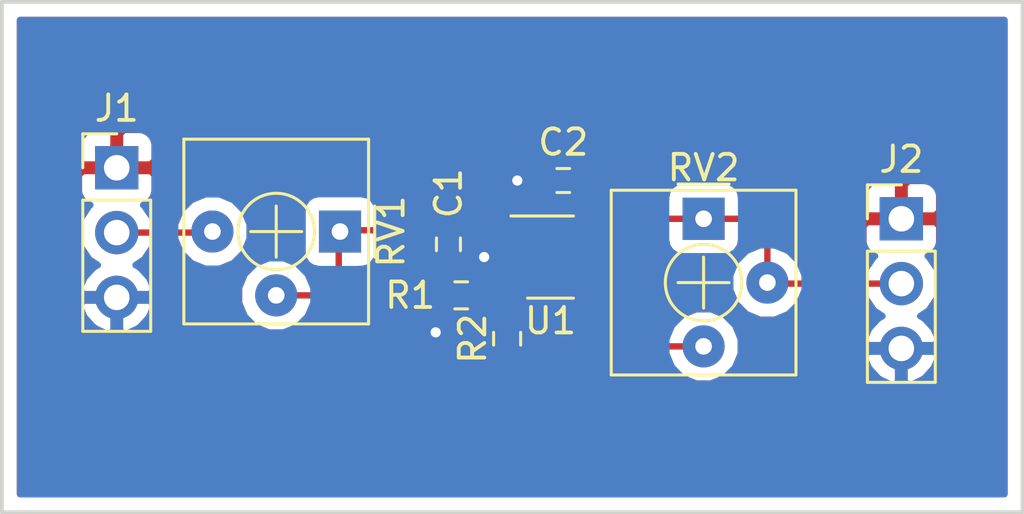
<source format=kicad_pcb>
(kicad_pcb (version 4) (host pcbnew 4.0.5)

  (general
    (links 18)
    (no_connects 0)
    (area 0 0 0 0)
    (thickness 1.6)
    (drawings 4)
    (tracks 39)
    (zones 0)
    (modules 9)
    (nets 8)
  )

  (page USLetter)
  (title_block
    (title "Analog Amplifier")
    (date 2017-10-30)
    (rev 1)
    (company "Joseph Baker")
    (comment 1 "Sample Design")
  )

  (layers
    (0 F.Cu signal)
    (31 B.Cu signal)
    (32 B.Adhes user)
    (33 F.Adhes user)
    (34 B.Paste user)
    (35 F.Paste user)
    (36 B.SilkS user)
    (37 F.SilkS user)
    (38 B.Mask user)
    (39 F.Mask user)
    (40 Dwgs.User user)
    (41 Cmts.User user)
    (42 Eco1.User user)
    (43 Eco2.User user)
    (44 Edge.Cuts user)
    (45 Margin user)
    (46 B.CrtYd user)
    (47 F.CrtYd user)
    (48 B.Fab user)
    (49 F.Fab user)
  )

  (setup
    (last_trace_width 0.25)
    (trace_clearance 0.2)
    (zone_clearance 0.508)
    (zone_45_only no)
    (trace_min 0.2)
    (segment_width 0.2)
    (edge_width 0.15)
    (via_size 0.6)
    (via_drill 0.4)
    (via_min_size 0.4)
    (via_min_drill 0.3)
    (uvia_size 0.3)
    (uvia_drill 0.1)
    (uvias_allowed no)
    (uvia_min_size 0.2)
    (uvia_min_drill 0.1)
    (pcb_text_width 0.3)
    (pcb_text_size 1.5 1.5)
    (mod_edge_width 0.15)
    (mod_text_size 1 1)
    (mod_text_width 0.15)
    (pad_size 1.524 1.524)
    (pad_drill 0.762)
    (pad_to_mask_clearance 0.2)
    (aux_axis_origin 0 0)
    (visible_elements FFFFFF7F)
    (pcbplotparams
      (layerselection 0x00030_80000001)
      (usegerberextensions false)
      (excludeedgelayer true)
      (linewidth 0.100000)
      (plotframeref false)
      (viasonmask false)
      (mode 1)
      (useauxorigin false)
      (hpglpennumber 1)
      (hpglpenspeed 20)
      (hpglpendiameter 15)
      (hpglpenoverlay 2)
      (psnegative false)
      (psa4output false)
      (plotreference true)
      (plotvalue true)
      (plotinvisibletext false)
      (padsonsilk false)
      (subtractmaskfromsilk false)
      (outputformat 1)
      (mirror false)
      (drillshape 0)
      (scaleselection 1)
      (outputdirectory ""))
  )

  (net 0 "")
  (net 1 /AMPVP)
  (net 2 GND)
  (net 3 +5V)
  (net 4 /SIGIN)
  (net 5 /SIGOUT)
  (net 6 /AMPVM)
  (net 7 "Net-(R2-Pad1)")

  (net_class Default "This is the default net class."
    (clearance 0.2)
    (trace_width 0.25)
    (via_dia 0.6)
    (via_drill 0.4)
    (uvia_dia 0.3)
    (uvia_drill 0.1)
    (add_net +5V)
    (add_net /AMPVM)
    (add_net /AMPVP)
    (add_net /SIGIN)
    (add_net /SIGOUT)
    (add_net GND)
    (add_net "Net-(R2-Pad1)")
  )

  (module Capacitors_SMD:C_0402 (layer F.Cu) (tedit 59F7C0D4) (tstamp 59F7B9B6)
    (at 147.5 104.5 270)
    (descr "Capacitor SMD 0402, reflow soldering, AVX (see smccp.pdf)")
    (tags "capacitor 0402")
    (path /59F7B44B)
    (attr smd)
    (fp_text reference C1 (at -2 0 270) (layer F.SilkS)
      (effects (font (size 1 1) (thickness 0.15)))
    )
    (fp_text value 0.1uF (at 0 1.27 270) (layer F.Fab) hide
      (effects (font (size 1 1) (thickness 0.15)))
    )
    (fp_text user %R (at -2 0 270) (layer F.Fab)
      (effects (font (size 1 1) (thickness 0.15)))
    )
    (fp_line (start -0.5 0.25) (end -0.5 -0.25) (layer F.Fab) (width 0.1))
    (fp_line (start 0.5 0.25) (end -0.5 0.25) (layer F.Fab) (width 0.1))
    (fp_line (start 0.5 -0.25) (end 0.5 0.25) (layer F.Fab) (width 0.1))
    (fp_line (start -0.5 -0.25) (end 0.5 -0.25) (layer F.Fab) (width 0.1))
    (fp_line (start 0.25 -0.47) (end -0.25 -0.47) (layer F.SilkS) (width 0.12))
    (fp_line (start -0.25 0.47) (end 0.25 0.47) (layer F.SilkS) (width 0.12))
    (fp_line (start -1 -0.4) (end 1 -0.4) (layer F.CrtYd) (width 0.05))
    (fp_line (start -1 -0.4) (end -1 0.4) (layer F.CrtYd) (width 0.05))
    (fp_line (start 1 0.4) (end 1 -0.4) (layer F.CrtYd) (width 0.05))
    (fp_line (start 1 0.4) (end -1 0.4) (layer F.CrtYd) (width 0.05))
    (pad 1 smd rect (at -0.55 0 270) (size 0.6 0.5) (layers F.Cu F.Paste F.Mask)
      (net 1 /AMPVP))
    (pad 2 smd rect (at 0.55 0 270) (size 0.6 0.5) (layers F.Cu F.Paste F.Mask)
      (net 2 GND))
    (model Capacitors_SMD.3dshapes/C_0402.wrl
      (at (xyz 0 0 0))
      (scale (xyz 1 1 1))
      (rotate (xyz 0 0 0))
    )
  )

  (module Capacitors_SMD:C_0402 (layer F.Cu) (tedit 59F7BC29) (tstamp 59F7B9C7)
    (at 152 102 180)
    (descr "Capacitor SMD 0402, reflow soldering, AVX (see smccp.pdf)")
    (tags "capacitor 0402")
    (path /59F6A2AD)
    (attr smd)
    (fp_text reference C2 (at 0 1.5 180) (layer F.SilkS)
      (effects (font (size 1 1) (thickness 0.15)))
    )
    (fp_text value 0.1uF (at 0 1.27 180) (layer F.Fab) hide
      (effects (font (size 1 1) (thickness 0.15)))
    )
    (fp_text user %R (at 0 1.5 180) (layer F.Fab)
      (effects (font (size 1 1) (thickness 0.15)))
    )
    (fp_line (start -0.5 0.25) (end -0.5 -0.25) (layer F.Fab) (width 0.1))
    (fp_line (start 0.5 0.25) (end -0.5 0.25) (layer F.Fab) (width 0.1))
    (fp_line (start 0.5 -0.25) (end 0.5 0.25) (layer F.Fab) (width 0.1))
    (fp_line (start -0.5 -0.25) (end 0.5 -0.25) (layer F.Fab) (width 0.1))
    (fp_line (start 0.25 -0.47) (end -0.25 -0.47) (layer F.SilkS) (width 0.12))
    (fp_line (start -0.25 0.47) (end 0.25 0.47) (layer F.SilkS) (width 0.12))
    (fp_line (start -1 -0.4) (end 1 -0.4) (layer F.CrtYd) (width 0.05))
    (fp_line (start -1 -0.4) (end -1 0.4) (layer F.CrtYd) (width 0.05))
    (fp_line (start 1 0.4) (end 1 -0.4) (layer F.CrtYd) (width 0.05))
    (fp_line (start 1 0.4) (end -1 0.4) (layer F.CrtYd) (width 0.05))
    (pad 1 smd rect (at -0.55 0 180) (size 0.6 0.5) (layers F.Cu F.Paste F.Mask)
      (net 3 +5V))
    (pad 2 smd rect (at 0.55 0 180) (size 0.6 0.5) (layers F.Cu F.Paste F.Mask)
      (net 2 GND))
    (model Capacitors_SMD.3dshapes/C_0402.wrl
      (at (xyz 0 0 0))
      (scale (xyz 1 1 1))
      (rotate (xyz 0 0 0))
    )
  )

  (module Pin_Headers:Pin_Header_Straight_1x03_Pitch2.54mm (layer F.Cu) (tedit 59F7BA83) (tstamp 59F7B9DE)
    (at 134.5 101.5)
    (descr "Through hole straight pin header, 1x03, 2.54mm pitch, single row")
    (tags "Through hole pin header THT 1x03 2.54mm single row")
    (path /59F6A8DA)
    (fp_text reference J1 (at 0 -2.33) (layer F.SilkS)
      (effects (font (size 1 1) (thickness 0.15)))
    )
    (fp_text value Conn_01x03 (at 0 7.41) (layer F.Fab) hide
      (effects (font (size 1 1) (thickness 0.15)))
    )
    (fp_line (start -0.635 -1.27) (end 1.27 -1.27) (layer F.Fab) (width 0.1))
    (fp_line (start 1.27 -1.27) (end 1.27 6.35) (layer F.Fab) (width 0.1))
    (fp_line (start 1.27 6.35) (end -1.27 6.35) (layer F.Fab) (width 0.1))
    (fp_line (start -1.27 6.35) (end -1.27 -0.635) (layer F.Fab) (width 0.1))
    (fp_line (start -1.27 -0.635) (end -0.635 -1.27) (layer F.Fab) (width 0.1))
    (fp_line (start -1.33 6.41) (end 1.33 6.41) (layer F.SilkS) (width 0.12))
    (fp_line (start -1.33 1.27) (end -1.33 6.41) (layer F.SilkS) (width 0.12))
    (fp_line (start 1.33 1.27) (end 1.33 6.41) (layer F.SilkS) (width 0.12))
    (fp_line (start -1.33 1.27) (end 1.33 1.27) (layer F.SilkS) (width 0.12))
    (fp_line (start -1.33 0) (end -1.33 -1.33) (layer F.SilkS) (width 0.12))
    (fp_line (start -1.33 -1.33) (end 0 -1.33) (layer F.SilkS) (width 0.12))
    (fp_line (start -1.8 -1.8) (end -1.8 6.85) (layer F.CrtYd) (width 0.05))
    (fp_line (start -1.8 6.85) (end 1.8 6.85) (layer F.CrtYd) (width 0.05))
    (fp_line (start 1.8 6.85) (end 1.8 -1.8) (layer F.CrtYd) (width 0.05))
    (fp_line (start 1.8 -1.8) (end -1.8 -1.8) (layer F.CrtYd) (width 0.05))
    (fp_text user %R (at 0 2.54 90) (layer F.Fab)
      (effects (font (size 1 1) (thickness 0.15)))
    )
    (pad 1 thru_hole rect (at 0 0) (size 1.7 1.7) (drill 1) (layers *.Cu *.Mask)
      (net 3 +5V))
    (pad 2 thru_hole oval (at 0 2.54) (size 1.7 1.7) (drill 1) (layers *.Cu *.Mask)
      (net 4 /SIGIN))
    (pad 3 thru_hole oval (at 0 5.08) (size 1.7 1.7) (drill 1) (layers *.Cu *.Mask)
      (net 2 GND))
    (model ${KISYS3DMOD}/Pin_Headers.3dshapes/Pin_Header_Straight_1x03_Pitch2.54mm.wrl
      (at (xyz 0 0 0))
      (scale (xyz 1 1 1))
      (rotate (xyz 0 0 0))
    )
  )

  (module Pin_Headers:Pin_Header_Straight_1x03_Pitch2.54mm (layer F.Cu) (tedit 59F7BA5B) (tstamp 59F7B9F5)
    (at 165.25 103.5)
    (descr "Through hole straight pin header, 1x03, 2.54mm pitch, single row")
    (tags "Through hole pin header THT 1x03 2.54mm single row")
    (path /59F7D16D)
    (fp_text reference J2 (at 0 -2.33) (layer F.SilkS)
      (effects (font (size 1 1) (thickness 0.15)))
    )
    (fp_text value Conn_01x03 (at 0 7.41) (layer F.Fab) hide
      (effects (font (size 1 1) (thickness 0.15)))
    )
    (fp_line (start -0.635 -1.27) (end 1.27 -1.27) (layer F.Fab) (width 0.1))
    (fp_line (start 1.27 -1.27) (end 1.27 6.35) (layer F.Fab) (width 0.1))
    (fp_line (start 1.27 6.35) (end -1.27 6.35) (layer F.Fab) (width 0.1))
    (fp_line (start -1.27 6.35) (end -1.27 -0.635) (layer F.Fab) (width 0.1))
    (fp_line (start -1.27 -0.635) (end -0.635 -1.27) (layer F.Fab) (width 0.1))
    (fp_line (start -1.33 6.41) (end 1.33 6.41) (layer F.SilkS) (width 0.12))
    (fp_line (start -1.33 1.27) (end -1.33 6.41) (layer F.SilkS) (width 0.12))
    (fp_line (start 1.33 1.27) (end 1.33 6.41) (layer F.SilkS) (width 0.12))
    (fp_line (start -1.33 1.27) (end 1.33 1.27) (layer F.SilkS) (width 0.12))
    (fp_line (start -1.33 0) (end -1.33 -1.33) (layer F.SilkS) (width 0.12))
    (fp_line (start -1.33 -1.33) (end 0 -1.33) (layer F.SilkS) (width 0.12))
    (fp_line (start -1.8 -1.8) (end -1.8 6.85) (layer F.CrtYd) (width 0.05))
    (fp_line (start -1.8 6.85) (end 1.8 6.85) (layer F.CrtYd) (width 0.05))
    (fp_line (start 1.8 6.85) (end 1.8 -1.8) (layer F.CrtYd) (width 0.05))
    (fp_line (start 1.8 -1.8) (end -1.8 -1.8) (layer F.CrtYd) (width 0.05))
    (fp_text user %R (at 0 2.54 90) (layer F.Fab)
      (effects (font (size 1 1) (thickness 0.15)))
    )
    (pad 1 thru_hole rect (at 0 0) (size 1.7 1.7) (drill 1) (layers *.Cu *.Mask)
      (net 3 +5V))
    (pad 2 thru_hole oval (at 0 2.54) (size 1.7 1.7) (drill 1) (layers *.Cu *.Mask)
      (net 5 /SIGOUT))
    (pad 3 thru_hole oval (at 0 5.08) (size 1.7 1.7) (drill 1) (layers *.Cu *.Mask)
      (net 2 GND))
    (model ${KISYS3DMOD}/Pin_Headers.3dshapes/Pin_Header_Straight_1x03_Pitch2.54mm.wrl
      (at (xyz 0 0 0))
      (scale (xyz 1 1 1))
      (rotate (xyz 0 0 0))
    )
  )

  (module Resistors_SMD:R_0402 (layer F.Cu) (tedit 59F7BC56) (tstamp 59F7BA06)
    (at 148 106.5)
    (descr "Resistor SMD 0402, reflow soldering, Vishay (see dcrcw.pdf)")
    (tags "resistor 0402")
    (path /59F7C352)
    (attr smd)
    (fp_text reference R1 (at -2 0) (layer F.SilkS)
      (effects (font (size 1 1) (thickness 0.15)))
    )
    (fp_text value 100K (at 0 1.45) (layer F.Fab) hide
      (effects (font (size 1 1) (thickness 0.15)))
    )
    (fp_text user %R (at -2 0) (layer F.Fab)
      (effects (font (size 1 1) (thickness 0.15)))
    )
    (fp_line (start -0.5 0.25) (end -0.5 -0.25) (layer F.Fab) (width 0.1))
    (fp_line (start 0.5 0.25) (end -0.5 0.25) (layer F.Fab) (width 0.1))
    (fp_line (start 0.5 -0.25) (end 0.5 0.25) (layer F.Fab) (width 0.1))
    (fp_line (start -0.5 -0.25) (end 0.5 -0.25) (layer F.Fab) (width 0.1))
    (fp_line (start 0.25 -0.53) (end -0.25 -0.53) (layer F.SilkS) (width 0.12))
    (fp_line (start -0.25 0.53) (end 0.25 0.53) (layer F.SilkS) (width 0.12))
    (fp_line (start -0.8 -0.45) (end 0.8 -0.45) (layer F.CrtYd) (width 0.05))
    (fp_line (start -0.8 -0.45) (end -0.8 0.45) (layer F.CrtYd) (width 0.05))
    (fp_line (start 0.8 0.45) (end 0.8 -0.45) (layer F.CrtYd) (width 0.05))
    (fp_line (start 0.8 0.45) (end -0.8 0.45) (layer F.CrtYd) (width 0.05))
    (pad 1 smd rect (at -0.45 0) (size 0.4 0.6) (layers F.Cu F.Paste F.Mask)
      (net 2 GND))
    (pad 2 smd rect (at 0.45 0) (size 0.4 0.6) (layers F.Cu F.Paste F.Mask)
      (net 6 /AMPVM))
    (model ${KISYS3DMOD}/Resistors_SMD.3dshapes/R_0402.wrl
      (at (xyz 0 0 0))
      (scale (xyz 1 1 1))
      (rotate (xyz 0 0 0))
    )
  )

  (module Resistors_SMD:R_0402 (layer F.Cu) (tedit 59F7BA75) (tstamp 59F7BA17)
    (at 149.8 108.2 90)
    (descr "Resistor SMD 0402, reflow soldering, Vishay (see dcrcw.pdf)")
    (tags "resistor 0402")
    (path /59F7BDA6)
    (attr smd)
    (fp_text reference R2 (at 0 -1.35 90) (layer F.SilkS)
      (effects (font (size 1 1) (thickness 0.15)))
    )
    (fp_text value 100K (at 0 1.45 90) (layer F.Fab) hide
      (effects (font (size 1 1) (thickness 0.15)))
    )
    (fp_text user %R (at 0 -1.35 90) (layer F.Fab)
      (effects (font (size 1 1) (thickness 0.15)))
    )
    (fp_line (start -0.5 0.25) (end -0.5 -0.25) (layer F.Fab) (width 0.1))
    (fp_line (start 0.5 0.25) (end -0.5 0.25) (layer F.Fab) (width 0.1))
    (fp_line (start 0.5 -0.25) (end 0.5 0.25) (layer F.Fab) (width 0.1))
    (fp_line (start -0.5 -0.25) (end 0.5 -0.25) (layer F.Fab) (width 0.1))
    (fp_line (start 0.25 -0.53) (end -0.25 -0.53) (layer F.SilkS) (width 0.12))
    (fp_line (start -0.25 0.53) (end 0.25 0.53) (layer F.SilkS) (width 0.12))
    (fp_line (start -0.8 -0.45) (end 0.8 -0.45) (layer F.CrtYd) (width 0.05))
    (fp_line (start -0.8 -0.45) (end -0.8 0.45) (layer F.CrtYd) (width 0.05))
    (fp_line (start 0.8 0.45) (end 0.8 -0.45) (layer F.CrtYd) (width 0.05))
    (fp_line (start 0.8 0.45) (end -0.8 0.45) (layer F.CrtYd) (width 0.05))
    (pad 1 smd rect (at -0.45 0 90) (size 0.4 0.6) (layers F.Cu F.Paste F.Mask)
      (net 7 "Net-(R2-Pad1)"))
    (pad 2 smd rect (at 0.45 0 90) (size 0.4 0.6) (layers F.Cu F.Paste F.Mask)
      (net 6 /AMPVM))
    (model ${KISYS3DMOD}/Resistors_SMD.3dshapes/R_0402.wrl
      (at (xyz 0 0 0))
      (scale (xyz 1 1 1))
      (rotate (xyz 0 0 0))
    )
  )

  (module Potentiometers:Potentiometer_Trimmer_Copal_CT-6EP (layer F.Cu) (tedit 59F7BA58) (tstamp 59F7BA32)
    (at 143.25 104 270)
    (descr "single turn cermet trimmer, Copal CT-6EP, https://www.nidec-copal-electronics.com/e/catalog/trimmer/ct-6.pdf")
    (tags "potentiometer trimmer")
    (path /59F7C707)
    (fp_text reference RV1 (at 0 -2 270) (layer F.SilkS)
      (effects (font (size 1 1) (thickness 0.15)))
    )
    (fp_text value "POT 1K" (at 0 7 270) (layer F.Fab) hide
      (effects (font (size 1 1) (thickness 0.15)))
    )
    (fp_circle (center 0 2.5) (end 1.5 2.5) (layer F.SilkS) (width 0.12))
    (fp_line (start 0 0) (end 1 -1) (layer F.Fab) (width 0.1))
    (fp_line (start 1 -1) (end 3.5 -1) (layer F.Fab) (width 0.1))
    (fp_line (start 3.5 -1) (end 3.5 6) (layer F.Fab) (width 0.1))
    (fp_line (start 3.5 6) (end -3.5 6) (layer F.Fab) (width 0.1))
    (fp_line (start -3.5 6) (end -3.5 -1) (layer F.Fab) (width 0.1))
    (fp_line (start -3.5 -1) (end -1 -1) (layer F.Fab) (width 0.1))
    (fp_line (start -1 -1) (end 0 0) (layer F.Fab) (width 0.1))
    (fp_line (start -3.62 -1.12) (end -3.62 6.12) (layer F.SilkS) (width 0.12))
    (fp_line (start -3.62 6.12) (end 3.62 6.12) (layer F.SilkS) (width 0.12))
    (fp_line (start 3.62 6.12) (end 3.62 -1.12) (layer F.SilkS) (width 0.12))
    (fp_line (start 3.62 -1.12) (end -3.62 -1.12) (layer F.SilkS) (width 0.12))
    (fp_line (start -1 -1.36) (end 1 -1.36) (layer F.SilkS) (width 0.12))
    (fp_line (start 0 1.5) (end 0 3.5) (layer F.SilkS) (width 0.12))
    (fp_line (start -1 2.5) (end 1 2.5) (layer F.SilkS) (width 0.12))
    (fp_line (start -3.75 -1.25) (end -3.75 6.25) (layer F.CrtYd) (width 0.05))
    (fp_line (start -3.75 6.25) (end 3.75 6.25) (layer F.CrtYd) (width 0.05))
    (fp_line (start 3.75 6.25) (end 3.75 -1.25) (layer F.CrtYd) (width 0.05))
    (fp_line (start 3.75 -1.25) (end -3.75 -1.25) (layer F.CrtYd) (width 0.05))
    (fp_text user %R (at 0 2.5 270) (layer F.Fab)
      (effects (font (size 1 1) (thickness 0.15)))
    )
    (pad 1 thru_hole rect (at 0 0 270) (size 1.65 1.65) (drill 0.65) (layers *.Cu *.Mask)
      (net 1 /AMPVP))
    (pad 2 thru_hole circle (at 2.5 2.5 270) (size 1.65 1.65) (drill 0.65) (layers *.Cu *.Mask)
      (net 1 /AMPVP))
    (pad 3 thru_hole circle (at 0 5 270) (size 1.65 1.65) (drill 0.65) (layers *.Cu *.Mask)
      (net 4 /SIGIN))
    (model ${KISYS3DMOD}/Potentiometers.3dshapes/Potentiometer_Trimmer_Copal_CT-6EP.wrl
      (at (xyz 0 0 0))
      (scale (xyz 1 1 1))
      (rotate (xyz 0 0 0))
    )
  )

  (module Potentiometers:Potentiometer_Trimmer_Copal_CT-6EP (layer F.Cu) (tedit 59F7BA4E) (tstamp 59F7BA4D)
    (at 157.5 103.5)
    (descr "single turn cermet trimmer, Copal CT-6EP, https://www.nidec-copal-electronics.com/e/catalog/trimmer/ct-6.pdf")
    (tags "potentiometer trimmer")
    (path /59F69DF3)
    (fp_text reference RV2 (at 0 -2) (layer F.SilkS)
      (effects (font (size 1 1) (thickness 0.15)))
    )
    (fp_text value "POT 100K" (at 0 7) (layer F.Fab) hide
      (effects (font (size 1 1) (thickness 0.15)))
    )
    (fp_circle (center 0 2.5) (end 1.5 2.5) (layer F.SilkS) (width 0.12))
    (fp_line (start 0 0) (end 1 -1) (layer F.Fab) (width 0.1))
    (fp_line (start 1 -1) (end 3.5 -1) (layer F.Fab) (width 0.1))
    (fp_line (start 3.5 -1) (end 3.5 6) (layer F.Fab) (width 0.1))
    (fp_line (start 3.5 6) (end -3.5 6) (layer F.Fab) (width 0.1))
    (fp_line (start -3.5 6) (end -3.5 -1) (layer F.Fab) (width 0.1))
    (fp_line (start -3.5 -1) (end -1 -1) (layer F.Fab) (width 0.1))
    (fp_line (start -1 -1) (end 0 0) (layer F.Fab) (width 0.1))
    (fp_line (start -3.62 -1.12) (end -3.62 6.12) (layer F.SilkS) (width 0.12))
    (fp_line (start -3.62 6.12) (end 3.62 6.12) (layer F.SilkS) (width 0.12))
    (fp_line (start 3.62 6.12) (end 3.62 -1.12) (layer F.SilkS) (width 0.12))
    (fp_line (start 3.62 -1.12) (end -3.62 -1.12) (layer F.SilkS) (width 0.12))
    (fp_line (start -1 -1.36) (end 1 -1.36) (layer F.SilkS) (width 0.12))
    (fp_line (start 0 1.5) (end 0 3.5) (layer F.SilkS) (width 0.12))
    (fp_line (start -1 2.5) (end 1 2.5) (layer F.SilkS) (width 0.12))
    (fp_line (start -3.75 -1.25) (end -3.75 6.25) (layer F.CrtYd) (width 0.05))
    (fp_line (start -3.75 6.25) (end 3.75 6.25) (layer F.CrtYd) (width 0.05))
    (fp_line (start 3.75 6.25) (end 3.75 -1.25) (layer F.CrtYd) (width 0.05))
    (fp_line (start 3.75 -1.25) (end -3.75 -1.25) (layer F.CrtYd) (width 0.05))
    (fp_text user %R (at 0 2.5) (layer F.Fab)
      (effects (font (size 1 1) (thickness 0.15)))
    )
    (pad 1 thru_hole rect (at 0 0) (size 1.65 1.65) (drill 0.65) (layers *.Cu *.Mask)
      (net 5 /SIGOUT))
    (pad 2 thru_hole circle (at 2.5 2.5) (size 1.65 1.65) (drill 0.65) (layers *.Cu *.Mask)
      (net 5 /SIGOUT))
    (pad 3 thru_hole circle (at 0 5) (size 1.65 1.65) (drill 0.65) (layers *.Cu *.Mask)
      (net 7 "Net-(R2-Pad1)"))
    (model ${KISYS3DMOD}/Potentiometers.3dshapes/Potentiometer_Trimmer_Copal_CT-6EP.wrl
      (at (xyz 0 0 0))
      (scale (xyz 1 1 1))
      (rotate (xyz 0 0 0))
    )
  )

  (module TO_SOT_Packages_SMD:SOT-23-5 (layer F.Cu) (tedit 59F7BC21) (tstamp 59F7BA62)
    (at 151.5 105)
    (descr "5-pin SOT23 package")
    (tags SOT-23-5)
    (path /59F69B4C)
    (attr smd)
    (fp_text reference U1 (at 0 2.5) (layer F.SilkS)
      (effects (font (size 1 1) (thickness 0.15)))
    )
    (fp_text value LMV321 (at 0 2.9) (layer F.Fab) hide
      (effects (font (size 1 1) (thickness 0.15)))
    )
    (fp_text user %R (at 0 0 90) (layer F.Fab)
      (effects (font (size 0.5 0.5) (thickness 0.075)))
    )
    (fp_line (start -0.9 1.61) (end 0.9 1.61) (layer F.SilkS) (width 0.12))
    (fp_line (start 0.9 -1.61) (end -1.55 -1.61) (layer F.SilkS) (width 0.12))
    (fp_line (start -1.9 -1.8) (end 1.9 -1.8) (layer F.CrtYd) (width 0.05))
    (fp_line (start 1.9 -1.8) (end 1.9 1.8) (layer F.CrtYd) (width 0.05))
    (fp_line (start 1.9 1.8) (end -1.9 1.8) (layer F.CrtYd) (width 0.05))
    (fp_line (start -1.9 1.8) (end -1.9 -1.8) (layer F.CrtYd) (width 0.05))
    (fp_line (start -0.9 -0.9) (end -0.25 -1.55) (layer F.Fab) (width 0.1))
    (fp_line (start 0.9 -1.55) (end -0.25 -1.55) (layer F.Fab) (width 0.1))
    (fp_line (start -0.9 -0.9) (end -0.9 1.55) (layer F.Fab) (width 0.1))
    (fp_line (start 0.9 1.55) (end -0.9 1.55) (layer F.Fab) (width 0.1))
    (fp_line (start 0.9 -1.55) (end 0.9 1.55) (layer F.Fab) (width 0.1))
    (pad 1 smd rect (at -1.1 -0.95) (size 1.06 0.65) (layers F.Cu F.Paste F.Mask)
      (net 1 /AMPVP))
    (pad 2 smd rect (at -1.1 0) (size 1.06 0.65) (layers F.Cu F.Paste F.Mask)
      (net 2 GND))
    (pad 3 smd rect (at -1.1 0.95) (size 1.06 0.65) (layers F.Cu F.Paste F.Mask)
      (net 6 /AMPVM))
    (pad 4 smd rect (at 1.1 0.95) (size 1.06 0.65) (layers F.Cu F.Paste F.Mask)
      (net 5 /SIGOUT))
    (pad 5 smd rect (at 1.1 -0.95) (size 1.06 0.65) (layers F.Cu F.Paste F.Mask)
      (net 3 +5V))
    (model ${KISYS3DMOD}/TO_SOT_Packages_SMD.3dshapes/SOT-23-5.wrl
      (at (xyz 0 0 0))
      (scale (xyz 1 1 1))
      (rotate (xyz 0 0 0))
    )
  )

  (gr_line (start 170 95) (end 130 95) (angle 90) (layer Edge.Cuts) (width 0.15))
  (gr_line (start 170 115) (end 170 95) (angle 90) (layer Edge.Cuts) (width 0.15))
  (gr_line (start 130 115) (end 170 115) (angle 90) (layer Edge.Cuts) (width 0.15))
  (gr_line (start 130 95) (end 130 115) (angle 90) (layer Edge.Cuts) (width 0.15))

  (segment (start 150.4 104.05) (end 147.6 104.05) (width 0.25) (layer F.Cu) (net 1))
  (segment (start 147.6 104.05) (end 147.5 103.95) (width 0.25) (layer F.Cu) (net 1) (tstamp 59F7BF2E))
  (segment (start 147.5 103.95) (end 143.3 103.95) (width 0.25) (layer F.Cu) (net 1) (tstamp 59F7BF30))
  (segment (start 143.3 103.95) (end 143.2 104.05) (width 0.25) (layer F.Cu) (net 1) (tstamp 59F7BF32))
  (segment (start 143.2 104.05) (end 143.2 105.7) (width 0.25) (layer F.Cu) (net 1) (tstamp 59F7BF39))
  (segment (start 143.2 105.7) (end 142.4 106.5) (width 0.25) (layer F.Cu) (net 1) (tstamp 59F7BF42))
  (segment (start 142.4 106.5) (end 140.75 106.5) (width 0.25) (layer F.Cu) (net 1) (tstamp 59F7BF44))
  (segment (start 147.55 105) (end 148.9 105) (width 0.25) (layer F.Cu) (net 2))
  (via (at 148.9 105) (size 0.6) (drill 0.4) (layers F.Cu B.Cu) (net 2))
  (segment (start 148.9 105) (end 150.4 105) (width 0.25) (layer F.Cu) (net 2))
  (segment (start 147.55 105) (end 147.5 105.05) (width 0.25) (layer F.Cu) (net 2) (tstamp 59F7C107))
  (segment (start 147.55 106.5) (end 147.55 107.4) (width 0.25) (layer F.Cu) (net 2))
  (via (at 147 107.95) (size 0.6) (drill 0.4) (layers F.Cu B.Cu) (net 2))
  (segment (start 147.55 107.4) (end 147 107.95) (width 0.25) (layer F.Cu) (net 2) (tstamp 59F7C0B4))
  (segment (start 151.45 102) (end 150.2 102) (width 0.25) (layer F.Cu) (net 2))
  (via (at 150.2 102) (size 0.6) (drill 0.4) (layers F.Cu B.Cu) (net 2))
  (segment (start 134.5 104.04) (end 138.21 104.04) (width 0.25) (layer F.Cu) (net 4))
  (segment (start 138.21 104.04) (end 138.25 104) (width 0.25) (layer F.Cu) (net 4) (tstamp 59F7C01F))
  (segment (start 157.5 103.5) (end 155.9 103.5) (width 0.25) (layer F.Cu) (net 5))
  (segment (start 154.15 105.95) (end 152.6 105.95) (width 0.25) (layer F.Cu) (net 5) (tstamp 59F7C016))
  (segment (start 155 105.1) (end 154.15 105.95) (width 0.25) (layer F.Cu) (net 5) (tstamp 59F7C015))
  (segment (start 155 104.4) (end 155 105.1) (width 0.25) (layer F.Cu) (net 5) (tstamp 59F7C013))
  (segment (start 155.9 103.5) (end 155 104.4) (width 0.25) (layer F.Cu) (net 5) (tstamp 59F7C012))
  (segment (start 160 106) (end 160.04 106.04) (width 0.25) (layer F.Cu) (net 5))
  (segment (start 160.04 106.04) (end 165.25 106.04) (width 0.25) (layer F.Cu) (net 5) (tstamp 59F7BF90))
  (segment (start 159.5 104.1) (end 160 104.6) (width 0.25) (layer F.Cu) (net 5))
  (segment (start 158.9 103.5) (end 159.5 104.1) (width 0.25) (layer F.Cu) (net 5) (tstamp 59F7BF8A))
  (segment (start 157.5 103.5) (end 158.9 103.5) (width 0.25) (layer F.Cu) (net 5))
  (segment (start 160 104.6) (end 160 106) (width 0.25) (layer F.Cu) (net 5) (tstamp 59F7BF8D))
  (segment (start 150.4 105.95) (end 150.4 106.5) (width 0.25) (layer F.Cu) (net 6))
  (segment (start 149.8 107.1) (end 149.8 107.75) (width 0.25) (layer F.Cu) (net 6) (tstamp 59F7BF79))
  (segment (start 150.4 106.5) (end 149.8 107.1) (width 0.25) (layer F.Cu) (net 6) (tstamp 59F7BF77))
  (segment (start 149.2 106.4) (end 149.1 106.5) (width 0.25) (layer F.Cu) (net 6))
  (segment (start 149.65 105.95) (end 149.2 106.4) (width 0.25) (layer F.Cu) (net 6) (tstamp 59F7BF52))
  (segment (start 150.4 105.95) (end 149.65 105.95) (width 0.25) (layer F.Cu) (net 6))
  (segment (start 149.1 106.5) (end 148.45 106.5) (width 0.25) (layer F.Cu) (net 6) (tstamp 59F7BF56))
  (segment (start 157.5 108.5) (end 154.3 108.5) (width 0.25) (layer F.Cu) (net 7))
  (segment (start 154.15 108.65) (end 154.3 108.5) (width 0.25) (layer F.Cu) (net 7) (tstamp 59F7BF7F))
  (segment (start 154.15 108.65) (end 149.8 108.65) (width 0.25) (layer F.Cu) (net 7))

  (zone (net 2) (net_name GND) (layer B.Cu) (tstamp 59F7BF0A) (hatch edge 0.508)
    (connect_pads (clearance 0.508))
    (min_thickness 0.254)
    (fill yes (arc_segments 16) (thermal_gap 0.508) (thermal_bridge_width 0.508))
    (polygon
      (pts
        (xy 130 95) (xy 130 115) (xy 170 115) (xy 170 95)
      )
    )
    (filled_polygon
      (pts
        (xy 169.29 114.29) (xy 130.71 114.29) (xy 130.71 108.789138) (xy 156.039747 108.789138) (xy 156.261551 109.325943)
        (xy 156.671897 109.737006) (xy 157.208314 109.959746) (xy 157.789138 109.960253) (xy 158.325943 109.738449) (xy 158.737006 109.328103)
        (xy 158.899451 108.93689) (xy 163.808524 108.93689) (xy 163.978355 109.346924) (xy 164.368642 109.775183) (xy 164.893108 110.021486)
        (xy 165.123 109.900819) (xy 165.123 108.707) (xy 165.377 108.707) (xy 165.377 109.900819) (xy 165.606892 110.021486)
        (xy 166.131358 109.775183) (xy 166.521645 109.346924) (xy 166.691476 108.93689) (xy 166.570155 108.707) (xy 165.377 108.707)
        (xy 165.123 108.707) (xy 163.929845 108.707) (xy 163.808524 108.93689) (xy 158.899451 108.93689) (xy 158.959746 108.791686)
        (xy 158.960253 108.210862) (xy 158.738449 107.674057) (xy 158.328103 107.262994) (xy 157.791686 107.040254) (xy 157.210862 107.039747)
        (xy 156.674057 107.261551) (xy 156.262994 107.671897) (xy 156.040254 108.208314) (xy 156.039747 108.789138) (xy 130.71 108.789138)
        (xy 130.71 106.93689) (xy 133.058524 106.93689) (xy 133.228355 107.346924) (xy 133.618642 107.775183) (xy 134.143108 108.021486)
        (xy 134.373 107.900819) (xy 134.373 106.707) (xy 134.627 106.707) (xy 134.627 107.900819) (xy 134.856892 108.021486)
        (xy 135.381358 107.775183) (xy 135.771645 107.346924) (xy 135.941476 106.93689) (xy 135.863503 106.789138) (xy 139.289747 106.789138)
        (xy 139.511551 107.325943) (xy 139.921897 107.737006) (xy 140.458314 107.959746) (xy 141.039138 107.960253) (xy 141.575943 107.738449)
        (xy 141.987006 107.328103) (xy 142.209746 106.791686) (xy 142.210184 106.289138) (xy 158.539747 106.289138) (xy 158.761551 106.825943)
        (xy 159.171897 107.237006) (xy 159.708314 107.459746) (xy 160.289138 107.460253) (xy 160.825943 107.238449) (xy 161.237006 106.828103)
        (xy 161.459746 106.291686) (xy 161.459965 106.04) (xy 163.735907 106.04) (xy 163.848946 106.608285) (xy 164.170853 107.090054)
        (xy 164.511553 107.317702) (xy 164.368642 107.384817) (xy 163.978355 107.813076) (xy 163.808524 108.22311) (xy 163.929845 108.453)
        (xy 165.123 108.453) (xy 165.123 108.433) (xy 165.377 108.433) (xy 165.377 108.453) (xy 166.570155 108.453)
        (xy 166.691476 108.22311) (xy 166.521645 107.813076) (xy 166.131358 107.384817) (xy 165.988447 107.317702) (xy 166.329147 107.090054)
        (xy 166.651054 106.608285) (xy 166.764093 106.04) (xy 166.651054 105.471715) (xy 166.329147 104.989946) (xy 166.287548 104.96215)
        (xy 166.335317 104.953162) (xy 166.551441 104.81409) (xy 166.696431 104.60189) (xy 166.74744 104.35) (xy 166.74744 102.65)
        (xy 166.703162 102.414683) (xy 166.56409 102.198559) (xy 166.35189 102.053569) (xy 166.1 102.00256) (xy 164.4 102.00256)
        (xy 164.164683 102.046838) (xy 163.948559 102.18591) (xy 163.803569 102.39811) (xy 163.75256 102.65) (xy 163.75256 104.35)
        (xy 163.796838 104.585317) (xy 163.93591 104.801441) (xy 164.14811 104.946431) (xy 164.215541 104.960086) (xy 164.170853 104.989946)
        (xy 163.848946 105.471715) (xy 163.735907 106.04) (xy 161.459965 106.04) (xy 161.460253 105.710862) (xy 161.238449 105.174057)
        (xy 160.828103 104.762994) (xy 160.291686 104.540254) (xy 159.710862 104.539747) (xy 159.174057 104.761551) (xy 158.762994 105.171897)
        (xy 158.540254 105.708314) (xy 158.539747 106.289138) (xy 142.210184 106.289138) (xy 142.210253 106.210862) (xy 141.988449 105.674057)
        (xy 141.578103 105.262994) (xy 141.041686 105.040254) (xy 140.460862 105.039747) (xy 139.924057 105.261551) (xy 139.512994 105.671897)
        (xy 139.290254 106.208314) (xy 139.289747 106.789138) (xy 135.863503 106.789138) (xy 135.820155 106.707) (xy 134.627 106.707)
        (xy 134.373 106.707) (xy 133.179845 106.707) (xy 133.058524 106.93689) (xy 130.71 106.93689) (xy 130.71 104.04)
        (xy 132.985907 104.04) (xy 133.098946 104.608285) (xy 133.420853 105.090054) (xy 133.761553 105.317702) (xy 133.618642 105.384817)
        (xy 133.228355 105.813076) (xy 133.058524 106.22311) (xy 133.179845 106.453) (xy 134.373 106.453) (xy 134.373 106.433)
        (xy 134.627 106.433) (xy 134.627 106.453) (xy 135.820155 106.453) (xy 135.941476 106.22311) (xy 135.771645 105.813076)
        (xy 135.381358 105.384817) (xy 135.238447 105.317702) (xy 135.579147 105.090054) (xy 135.901054 104.608285) (xy 135.964536 104.289138)
        (xy 136.789747 104.289138) (xy 137.011551 104.825943) (xy 137.421897 105.237006) (xy 137.958314 105.459746) (xy 138.539138 105.460253)
        (xy 139.075943 105.238449) (xy 139.487006 104.828103) (xy 139.709746 104.291686) (xy 139.710253 103.710862) (xy 139.488839 103.175)
        (xy 141.77756 103.175) (xy 141.77756 104.825) (xy 141.821838 105.060317) (xy 141.96091 105.276441) (xy 142.17311 105.421431)
        (xy 142.425 105.47244) (xy 144.075 105.47244) (xy 144.310317 105.428162) (xy 144.526441 105.28909) (xy 144.671431 105.07689)
        (xy 144.72244 104.825) (xy 144.72244 103.175) (xy 144.678162 102.939683) (xy 144.53909 102.723559) (xy 144.468022 102.675)
        (xy 156.02756 102.675) (xy 156.02756 104.325) (xy 156.071838 104.560317) (xy 156.21091 104.776441) (xy 156.42311 104.921431)
        (xy 156.675 104.97244) (xy 158.325 104.97244) (xy 158.560317 104.928162) (xy 158.776441 104.78909) (xy 158.921431 104.57689)
        (xy 158.97244 104.325) (xy 158.97244 102.675) (xy 158.928162 102.439683) (xy 158.78909 102.223559) (xy 158.57689 102.078569)
        (xy 158.325 102.02756) (xy 156.675 102.02756) (xy 156.439683 102.071838) (xy 156.223559 102.21091) (xy 156.078569 102.42311)
        (xy 156.02756 102.675) (xy 144.468022 102.675) (xy 144.32689 102.578569) (xy 144.075 102.52756) (xy 142.425 102.52756)
        (xy 142.189683 102.571838) (xy 141.973559 102.71091) (xy 141.828569 102.92311) (xy 141.77756 103.175) (xy 139.488839 103.175)
        (xy 139.488449 103.174057) (xy 139.078103 102.762994) (xy 138.541686 102.540254) (xy 137.960862 102.539747) (xy 137.424057 102.761551)
        (xy 137.012994 103.171897) (xy 136.790254 103.708314) (xy 136.789747 104.289138) (xy 135.964536 104.289138) (xy 136.014093 104.04)
        (xy 135.901054 103.471715) (xy 135.579147 102.989946) (xy 135.537548 102.96215) (xy 135.585317 102.953162) (xy 135.801441 102.81409)
        (xy 135.946431 102.60189) (xy 135.99744 102.35) (xy 135.99744 100.65) (xy 135.953162 100.414683) (xy 135.81409 100.198559)
        (xy 135.60189 100.053569) (xy 135.35 100.00256) (xy 133.65 100.00256) (xy 133.414683 100.046838) (xy 133.198559 100.18591)
        (xy 133.053569 100.39811) (xy 133.00256 100.65) (xy 133.00256 102.35) (xy 133.046838 102.585317) (xy 133.18591 102.801441)
        (xy 133.39811 102.946431) (xy 133.465541 102.960086) (xy 133.420853 102.989946) (xy 133.098946 103.471715) (xy 132.985907 104.04)
        (xy 130.71 104.04) (xy 130.71 95.71) (xy 169.29 95.71)
      )
    )
  )
  (zone (net 3) (net_name +5V) (layer F.Cu) (tstamp 59F7C127) (hatch edge 0.508)
    (connect_pads (clearance 0.508))
    (min_thickness 0.254)
    (fill yes (arc_segments 16) (thermal_gap 0.508) (thermal_bridge_width 0.508))
    (polygon
      (pts
        (xy 130 95) (xy 130 115) (xy 170 115) (xy 170 95)
      )
    )
    (filled_polygon
      (pts
        (xy 169.29 114.29) (xy 130.71 114.29) (xy 130.71 104.04) (xy 132.985907 104.04) (xy 133.098946 104.608285)
        (xy 133.420853 105.090054) (xy 133.750026 105.31) (xy 133.420853 105.529946) (xy 133.098946 106.011715) (xy 132.985907 106.58)
        (xy 133.098946 107.148285) (xy 133.420853 107.630054) (xy 133.902622 107.951961) (xy 134.470907 108.065) (xy 134.529093 108.065)
        (xy 135.097378 107.951961) (xy 135.579147 107.630054) (xy 135.901054 107.148285) (xy 135.972492 106.789138) (xy 139.289747 106.789138)
        (xy 139.511551 107.325943) (xy 139.921897 107.737006) (xy 140.458314 107.959746) (xy 141.039138 107.960253) (xy 141.575943 107.738449)
        (xy 141.987006 107.328103) (xy 142.015285 107.26) (xy 142.4 107.26) (xy 142.690839 107.202148) (xy 142.937401 107.037401)
        (xy 143.737401 106.237401) (xy 143.902148 105.990839) (xy 143.96 105.7) (xy 143.96 105.47244) (xy 144.075 105.47244)
        (xy 144.310317 105.428162) (xy 144.526441 105.28909) (xy 144.671431 105.07689) (xy 144.72244 104.825) (xy 144.72244 104.71)
        (xy 146.61066 104.71) (xy 146.60256 104.75) (xy 146.60256 105.35) (xy 146.646838 105.585317) (xy 146.78591 105.801441)
        (xy 146.832181 105.833057) (xy 146.753569 105.94811) (xy 146.70256 106.2) (xy 146.70256 106.8) (xy 146.746838 107.035317)
        (xy 146.750709 107.041333) (xy 146.471057 107.156883) (xy 146.207808 107.419673) (xy 146.065162 107.763201) (xy 146.064838 108.135167)
        (xy 146.206883 108.478943) (xy 146.469673 108.742192) (xy 146.813201 108.884838) (xy 147.185167 108.885162) (xy 147.528943 108.743117)
        (xy 147.792192 108.480327) (xy 147.934838 108.136799) (xy 147.934879 108.089923) (xy 148.087401 107.937401) (xy 148.252148 107.69084)
        (xy 148.264239 107.630054) (xy 148.300564 107.44744) (xy 148.65 107.44744) (xy 148.882176 107.403753) (xy 148.85256 107.55)
        (xy 148.85256 107.95) (xy 148.896838 108.185317) (xy 148.904342 108.196979) (xy 148.903569 108.19811) (xy 148.85256 108.45)
        (xy 148.85256 108.85) (xy 148.896838 109.085317) (xy 149.03591 109.301441) (xy 149.24811 109.446431) (xy 149.5 109.49744)
        (xy 150.1 109.49744) (xy 150.335317 109.453162) (xy 150.402393 109.41) (xy 154.15 109.41) (xy 154.440839 109.352148)
        (xy 154.578749 109.26) (xy 156.234304 109.26) (xy 156.261551 109.325943) (xy 156.671897 109.737006) (xy 157.208314 109.959746)
        (xy 157.789138 109.960253) (xy 158.325943 109.738449) (xy 158.737006 109.328103) (xy 158.959746 108.791686) (xy 158.960253 108.210862)
        (xy 158.738449 107.674057) (xy 158.328103 107.262994) (xy 157.791686 107.040254) (xy 157.210862 107.039747) (xy 156.674057 107.261551)
        (xy 156.262994 107.671897) (xy 156.234715 107.74) (xy 154.3 107.74) (xy 154.009161 107.797852) (xy 153.871251 107.89)
        (xy 150.74744 107.89) (xy 150.74744 107.55) (xy 150.703162 107.314683) (xy 150.686309 107.288493) (xy 150.937401 107.037401)
        (xy 151.026326 106.904315) (xy 151.165317 106.878162) (xy 151.381441 106.73909) (xy 151.501233 106.563768) (xy 151.60591 106.726441)
        (xy 151.81811 106.871431) (xy 152.07 106.92244) (xy 153.13 106.92244) (xy 153.365317 106.878162) (xy 153.581441 106.73909)
        (xy 153.601317 106.71) (xy 154.15 106.71) (xy 154.440839 106.652148) (xy 154.687401 106.487401) (xy 155.537401 105.637401)
        (xy 155.702148 105.390839) (xy 155.76 105.1) (xy 155.76 104.714802) (xy 156.046919 104.427883) (xy 156.071838 104.560317)
        (xy 156.21091 104.776441) (xy 156.42311 104.921431) (xy 156.675 104.97244) (xy 158.325 104.97244) (xy 158.560317 104.928162)
        (xy 158.776441 104.78909) (xy 158.913579 104.588381) (xy 159.130365 104.805167) (xy 158.762994 105.171897) (xy 158.540254 105.708314)
        (xy 158.539747 106.289138) (xy 158.761551 106.825943) (xy 159.171897 107.237006) (xy 159.708314 107.459746) (xy 160.289138 107.460253)
        (xy 160.825943 107.238449) (xy 161.237006 106.828103) (xy 161.248675 106.8) (xy 163.977046 106.8) (xy 164.170853 107.090054)
        (xy 164.500026 107.31) (xy 164.170853 107.529946) (xy 163.848946 108.011715) (xy 163.735907 108.58) (xy 163.848946 109.148285)
        (xy 164.170853 109.630054) (xy 164.652622 109.951961) (xy 165.220907 110.065) (xy 165.279093 110.065) (xy 165.847378 109.951961)
        (xy 166.329147 109.630054) (xy 166.651054 109.148285) (xy 166.764093 108.58) (xy 166.651054 108.011715) (xy 166.329147 107.529946)
        (xy 165.999974 107.31) (xy 166.329147 107.090054) (xy 166.651054 106.608285) (xy 166.764093 106.04) (xy 166.651054 105.471715)
        (xy 166.329147 104.989946) (xy 166.285223 104.960597) (xy 166.459698 104.888327) (xy 166.638327 104.709699) (xy 166.735 104.47631)
        (xy 166.735 103.78575) (xy 166.57625 103.627) (xy 165.377 103.627) (xy 165.377 103.647) (xy 165.123 103.647)
        (xy 165.123 103.627) (xy 163.92375 103.627) (xy 163.765 103.78575) (xy 163.765 104.47631) (xy 163.861673 104.709699)
        (xy 164.040302 104.888327) (xy 164.214777 104.960597) (xy 164.170853 104.989946) (xy 163.977046 105.28) (xy 161.282224 105.28)
        (xy 161.238449 105.174057) (xy 160.828103 104.762994) (xy 160.76 104.734715) (xy 160.76 104.6) (xy 160.702148 104.309161)
        (xy 160.537401 104.062599) (xy 159.437401 102.962599) (xy 159.190839 102.797852) (xy 158.97244 102.754409) (xy 158.97244 102.675)
        (xy 158.94397 102.52369) (xy 163.765 102.52369) (xy 163.765 103.21425) (xy 163.92375 103.373) (xy 165.123 103.373)
        (xy 165.123 102.17375) (xy 165.377 102.17375) (xy 165.377 103.373) (xy 166.57625 103.373) (xy 166.735 103.21425)
        (xy 166.735 102.52369) (xy 166.638327 102.290301) (xy 166.459698 102.111673) (xy 166.226309 102.015) (xy 165.53575 102.015)
        (xy 165.377 102.17375) (xy 165.123 102.17375) (xy 164.96425 102.015) (xy 164.273691 102.015) (xy 164.040302 102.111673)
        (xy 163.861673 102.290301) (xy 163.765 102.52369) (xy 158.94397 102.52369) (xy 158.928162 102.439683) (xy 158.78909 102.223559)
        (xy 158.57689 102.078569) (xy 158.325 102.02756) (xy 156.675 102.02756) (xy 156.439683 102.071838) (xy 156.223559 102.21091)
        (xy 156.078569 102.42311) (xy 156.02756 102.675) (xy 156.02756 102.74) (xy 155.9 102.74) (xy 155.60916 102.797852)
        (xy 155.362599 102.962599) (xy 154.462599 103.862599) (xy 154.297852 104.109161) (xy 154.24 104.4) (xy 154.24 104.785198)
        (xy 153.835198 105.19) (xy 153.604669 105.19) (xy 153.59409 105.173559) (xy 153.38189 105.028569) (xy 153.267435 105.005391)
        (xy 153.489698 104.913327) (xy 153.668327 104.734699) (xy 153.765 104.50131) (xy 153.765 104.33575) (xy 153.60625 104.177)
        (xy 152.727 104.177) (xy 152.727 104.197) (xy 152.473 104.197) (xy 152.473 104.177) (xy 152.453 104.177)
        (xy 152.453 103.923) (xy 152.473 103.923) (xy 152.473 103.24875) (xy 152.727 103.24875) (xy 152.727 103.923)
        (xy 153.60625 103.923) (xy 153.765 103.76425) (xy 153.765 103.59869) (xy 153.668327 103.365301) (xy 153.489698 103.186673)
        (xy 153.256309 103.09) (xy 152.88575 103.09) (xy 152.727 103.24875) (xy 152.473 103.24875) (xy 152.31425 103.09)
        (xy 151.943691 103.09) (xy 151.710302 103.186673) (xy 151.531673 103.365301) (xy 151.500912 103.439565) (xy 151.39409 103.273559)
        (xy 151.18189 103.128569) (xy 150.93 103.07756) (xy 149.87 103.07756) (xy 149.634683 103.121838) (xy 149.418559 103.26091)
        (xy 149.398683 103.29) (xy 148.272931 103.29) (xy 148.21409 103.198559) (xy 148.00189 103.053569) (xy 147.75 103.00256)
        (xy 147.25 103.00256) (xy 147.014683 103.046838) (xy 146.798559 103.18591) (xy 146.795764 103.19) (xy 144.72244 103.19)
        (xy 144.72244 103.175) (xy 144.678162 102.939683) (xy 144.53909 102.723559) (xy 144.32689 102.578569) (xy 144.075 102.52756)
        (xy 142.425 102.52756) (xy 142.189683 102.571838) (xy 141.973559 102.71091) (xy 141.828569 102.92311) (xy 141.77756 103.175)
        (xy 141.77756 104.825) (xy 141.821838 105.060317) (xy 141.96091 105.276441) (xy 142.17311 105.421431) (xy 142.364924 105.460274)
        (xy 142.085198 105.74) (xy 142.015696 105.74) (xy 141.988449 105.674057) (xy 141.578103 105.262994) (xy 141.041686 105.040254)
        (xy 140.460862 105.039747) (xy 139.924057 105.261551) (xy 139.512994 105.671897) (xy 139.290254 106.208314) (xy 139.289747 106.789138)
        (xy 135.972492 106.789138) (xy 136.014093 106.58) (xy 135.901054 106.011715) (xy 135.579147 105.529946) (xy 135.249974 105.31)
        (xy 135.579147 105.090054) (xy 135.772954 104.8) (xy 137.000832 104.8) (xy 137.011551 104.825943) (xy 137.421897 105.237006)
        (xy 137.958314 105.459746) (xy 138.539138 105.460253) (xy 139.075943 105.238449) (xy 139.487006 104.828103) (xy 139.709746 104.291686)
        (xy 139.710253 103.710862) (xy 139.488449 103.174057) (xy 139.078103 102.762994) (xy 138.541686 102.540254) (xy 137.960862 102.539747)
        (xy 137.424057 102.761551) (xy 137.012994 103.171897) (xy 136.968106 103.28) (xy 135.772954 103.28) (xy 135.579147 102.989946)
        (xy 135.535223 102.960597) (xy 135.709698 102.888327) (xy 135.888327 102.709699) (xy 135.985 102.47631) (xy 135.985 102.185167)
        (xy 149.264838 102.185167) (xy 149.406883 102.528943) (xy 149.669673 102.792192) (xy 150.013201 102.934838) (xy 150.385167 102.935162)
        (xy 150.728943 102.793117) (xy 150.762118 102.76) (xy 150.771614 102.76) (xy 150.89811 102.846431) (xy 151.15 102.89744)
        (xy 151.75 102.89744) (xy 151.985317 102.853162) (xy 152.009406 102.837661) (xy 152.123691 102.885) (xy 152.26425 102.885)
        (xy 152.423 102.72625) (xy 152.423 102.125) (xy 152.677 102.125) (xy 152.677 102.72625) (xy 152.83575 102.885)
        (xy 152.976309 102.885) (xy 153.209698 102.788327) (xy 153.388327 102.609699) (xy 153.485 102.37631) (xy 153.485 102.28375)
        (xy 153.32625 102.125) (xy 152.677 102.125) (xy 152.423 102.125) (xy 152.403 102.125) (xy 152.403 101.875)
        (xy 152.423 101.875) (xy 152.423 101.27375) (xy 152.677 101.27375) (xy 152.677 101.875) (xy 153.32625 101.875)
        (xy 153.485 101.71625) (xy 153.485 101.62369) (xy 153.388327 101.390301) (xy 153.209698 101.211673) (xy 152.976309 101.115)
        (xy 152.83575 101.115) (xy 152.677 101.27375) (xy 152.423 101.27375) (xy 152.26425 101.115) (xy 152.123691 101.115)
        (xy 152.012717 101.160967) (xy 152.00189 101.153569) (xy 151.75 101.10256) (xy 151.15 101.10256) (xy 150.914683 101.146838)
        (xy 150.769905 101.24) (xy 150.762463 101.24) (xy 150.730327 101.207808) (xy 150.386799 101.065162) (xy 150.014833 101.064838)
        (xy 149.671057 101.206883) (xy 149.407808 101.469673) (xy 149.265162 101.813201) (xy 149.264838 102.185167) (xy 135.985 102.185167)
        (xy 135.985 101.78575) (xy 135.82625 101.627) (xy 134.627 101.627) (xy 134.627 101.647) (xy 134.373 101.647)
        (xy 134.373 101.627) (xy 133.17375 101.627) (xy 133.015 101.78575) (xy 133.015 102.47631) (xy 133.111673 102.709699)
        (xy 133.290302 102.888327) (xy 133.464777 102.960597) (xy 133.420853 102.989946) (xy 133.098946 103.471715) (xy 132.985907 104.04)
        (xy 130.71 104.04) (xy 130.71 100.52369) (xy 133.015 100.52369) (xy 133.015 101.21425) (xy 133.17375 101.373)
        (xy 134.373 101.373) (xy 134.373 100.17375) (xy 134.627 100.17375) (xy 134.627 101.373) (xy 135.82625 101.373)
        (xy 135.985 101.21425) (xy 135.985 100.52369) (xy 135.888327 100.290301) (xy 135.709698 100.111673) (xy 135.476309 100.015)
        (xy 134.78575 100.015) (xy 134.627 100.17375) (xy 134.373 100.17375) (xy 134.21425 100.015) (xy 133.523691 100.015)
        (xy 133.290302 100.111673) (xy 133.111673 100.290301) (xy 133.015 100.52369) (xy 130.71 100.52369) (xy 130.71 95.71)
        (xy 169.29 95.71)
      )
    )
  )
)

</source>
